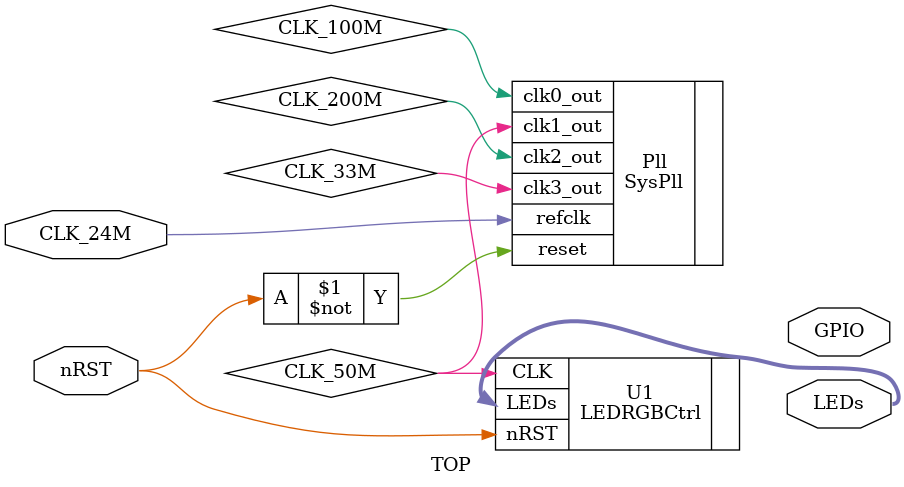
<source format=v>
module TOP
(
    CLK_24M,
    nRST,

    LEDs,

    GPIO
);

    input           CLK_24M;
    input           nRST;

    output  [2:0]   LEDs;
    output          GPIO;

    wire            CLK_100M;  
    wire            CLK_50M;
    wire            CLK_200M;
    wire            CLK_33M;


    SysPll  Pll
    (
        .refclk     (   CLK_24M     ),
		.reset      (   ~nRST       ),
		.clk0_out   (   CLK_100M    ),
		.clk1_out   (   CLK_50M     ),
		.clk2_out   (   CLK_200M    ),
		.clk3_out   (   CLK_33M     )
    );

    LEDRGBCtrl  U1
    (
        .CLK    (   CLK_50M     ),
        .nRST   (   nRST        ),

        .LEDs   (   LEDs        )
    );
    

endmodule
</source>
